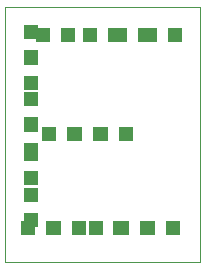
<source format=gtp>
G75*
%MOIN*%
%OFA0B0*%
%FSLAX24Y24*%
%IPPOS*%
%LPD*%
%AMOC8*
5,1,8,0,0,1.08239X$1,22.5*
%
%ADD10C,0.0000*%
%ADD11R,0.0472X0.0472*%
D10*
X002517Y002517D02*
X002517Y011017D01*
X009017Y011017D01*
X009017Y002517D01*
X002517Y002517D01*
D11*
X003291Y003642D03*
X003392Y003916D03*
X004118Y003642D03*
X004166Y003642D03*
X004993Y003642D03*
X005541Y003642D03*
X006368Y003642D03*
X006416Y003642D03*
X007243Y003642D03*
X007291Y003642D03*
X008118Y003642D03*
X006555Y006767D03*
X005728Y006767D03*
X005680Y006767D03*
X004853Y006767D03*
X004805Y006767D03*
X003978Y006767D03*
X003392Y007055D03*
X003392Y007103D03*
X003392Y007930D03*
X003392Y008478D03*
X003392Y009305D03*
X003392Y009353D03*
X003791Y010079D03*
X003392Y010180D03*
X004618Y010079D03*
X005353Y010079D03*
X006180Y010079D03*
X006353Y010079D03*
X007180Y010079D03*
X007353Y010079D03*
X008180Y010079D03*
X003392Y006228D03*
X003392Y006118D03*
X003392Y005291D03*
X003392Y004743D03*
M02*

</source>
